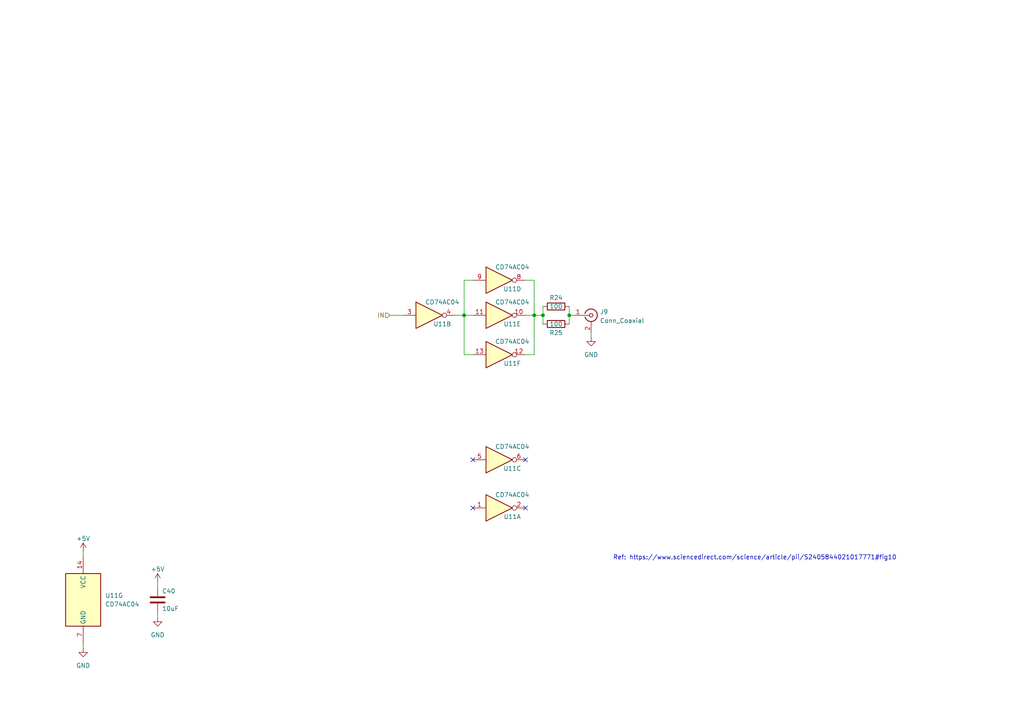
<source format=kicad_sch>
(kicad_sch (version 20211123) (generator eeschema)
  (paper "A4")
  (lib_symbols
    (symbol "74xx:74AHC04"
      (property "Reference" "U" (at 0 1.27 0))
      (property "Value" "74AHC04" (at 0 -1.27 0))
      (symbol "74AHC04_1_0"
        (polyline (pts (xy -3.81 3.81) (xy -3.81 -3.81) (xy 3.81 0) (xy -3.81 3.81)) (stroke (width 0.254)) (fill (type background)))
        (pin input line (at -7.62 0 0) (length 3.81) (name "~") (number "1"))
        (pin output inverted (at 7.62 0 180) (length 3.81) (name "~") (number "2"))
      )
      (symbol "74AHC04_2_0"
        (polyline (pts (xy -3.81 3.81) (xy -3.81 -3.81) (xy 3.81 0) (xy -3.81 3.81)) (stroke (width 0.254)) (fill (type background)))
        (pin input line (at -7.62 0 0) (length 3.81) (name "~") (number "3"))
        (pin output inverted (at 7.62 0 180) (length 3.81) (name "~") (number "4"))
      )
      (symbol "74AHC04_3_0"
        (polyline (pts (xy -3.81 3.81) (xy -3.81 -3.81) (xy 3.81 0) (xy -3.81 3.81)) (stroke (width 0.254)) (fill (type background)))
        (pin input line (at -7.62 0 0) (length 3.81) (name "~") (number "5"))
        (pin output inverted (at 7.62 0 180) (length 3.81) (name "~") (number "6"))
      )
      (symbol "74AHC04_4_0"
        (polyline (pts (xy -3.81 3.81) (xy -3.81 -3.81) (xy 3.81 0) (xy -3.81 3.81)) (stroke (width 0.254)) (fill (type background)))
        (pin output inverted (at 7.62 0 180) (length 3.81) (name "~") (number "8"))
        (pin input line (at -7.62 0 0) (length 3.81) (name "~") (number "9"))
      )
      (symbol "74AHC04_5_0"
        (polyline (pts (xy -3.81 3.81) (xy -3.81 -3.81) (xy 3.81 0) (xy -3.81 3.81)) (stroke (width 0.254)) (fill (type background)))
        (pin output inverted (at 7.62 0 180) (length 3.81) (name "~") (number "10"))
        (pin input line (at -7.62 0 0) (length 3.81) (name "~") (number "11"))
      )
      (symbol "74AHC04_6_0"
        (polyline (pts (xy -3.81 3.81) (xy -3.81 -3.81) (xy 3.81 0) (xy -3.81 3.81)) (stroke (width 0.254)) (fill (type background)))
        (pin output inverted (at 7.62 0 180) (length 3.81) (name "~") (number "12"))
        (pin input line (at -7.62 0 0) (length 3.81) (name "~") (number "13"))
      )
      (symbol "74AHC04_7_0"
        (pin power_in line (at 0 12.7 270) (length 5.08) (name "VCC") (number "14"))
        (pin power_in line (at 0 -12.7 90) (length 5.08) (name "GND") (number "7"))
      )
      (symbol "74AHC04_7_1"
        (rectangle (start -5.08 7.62) (end 5.08 -7.62) (stroke (width 0.254)) (fill (type background)))
      )
    )
    (symbol "Connector:Conn_Coaxial" (pin_names (offset 1.016) hide)
      (property "Reference" "J" (at 0.254 3.048 0))
      (property "Value" "Conn_Coaxial" (at 2.921 0 90))
      (symbol "Conn_Coaxial_0_1"
        (arc (start -1.778 -0.508) (mid 0.2311 -1.8066) (end 1.778 0) (stroke (width 0.254)))
        (polyline (pts (xy -2.54 0) (xy -0.508 0)))
        (polyline (pts (xy 0 -2.54) (xy 0 -1.778)))
        (circle (center 0 0) (radius 0.508) (stroke (width 0.2032)))
        (arc (start 1.778 0) (mid 0.2099 1.8101) (end -1.778 0.508) (stroke (width 0.254)))
      )
      (symbol "Conn_Coaxial_1_1"
        (pin passive line (at -5.08 0 0) (length 2.54) (name "In") (number "1"))
        (pin passive line (at 0 -5.08 90) (length 2.54) (name "Ext") (number "2"))
      )
    )
    (symbol "Device:C" (pin_numbers hide) (pin_names (offset 0.254))
      (property "Reference" "C" (at 0.635 2.54 0))
      (property "Value" "C" (at 0.635 -2.54 0))
      (symbol "C_0_1"
        (polyline (pts (xy -2.032 -0.762) (xy 2.032 -0.762)) (stroke (width 0.508)))
        (polyline (pts (xy -2.032 0.762) (xy 2.032 0.762)) (stroke (width 0.508)))
      )
      (symbol "C_1_1"
        (pin passive line (at 0 3.81 270) (length 2.794) (name "~") (number "1"))
        (pin passive line (at 0 -3.81 90) (length 2.794) (name "~") (number "2"))
      )
    )
    (symbol "Device:R" (pin_numbers hide) (pin_names (offset 0))
      (property "Reference" "R" (at 2.032 0 90))
      (property "Value" "R" (at 0 0 90))
      (symbol "R_0_1"
        (rectangle (start -1.016 -2.54) (end 1.016 2.54) (stroke (width 0.254)))
      )
      (symbol "R_1_1"
        (pin passive line (at 0 3.81 270) (length 1.27) (name "~") (number "1"))
        (pin passive line (at 0 -3.81 90) (length 1.27) (name "~") (number "2"))
      )
    )
    (symbol "power:+5V" (power) (pin_names (offset 0))
      (property "Value" "+5V" (at 0 3.556 0))
      (symbol "+5V_0_1"
        (polyline (pts (xy -0.762 1.27) (xy 0 2.54)))
        (polyline (pts (xy 0 0) (xy 0 2.54)))
        (polyline (pts (xy 0 2.54) (xy 0.762 1.27)))
      )
      (symbol "+5V_1_1"
        (pin power_in line (at 0 0 90) (length 0) hide (name "+5V") (number "1"))
      )
    )
    (symbol "power:GND" (power) (pin_names (offset 0))
      (property "Value" "GND" (at 0 -3.81 0))
      (symbol "GND_0_1"
        (polyline (pts (xy 0 0) (xy 0 -1.27) (xy 1.27 -1.27) (xy 0 -2.54) (xy -1.27 -1.27) (xy 0 -1.27)))
      )
      (symbol "GND_1_1"
        (pin power_in line (at 0 0 270) (length 0) hide (name "GND") (number "1"))
      )
    )
  )
  (junction (at 157.48 91.44))
  (junction (at 134.62 91.44))
  (junction (at 154.94 91.44))
  (junction (at 165.1 91.44))
  (no_connect (at 152.4 133.35))
  (no_connect (at 152.4 147.32))
  (no_connect (at 137.16 133.35))
  (no_connect (at 137.16 147.32))
  (wire (pts (xy 134.62 102.87) (xy 137.16 102.87)))
  (wire (pts (xy 152.4 81.28) (xy 154.94 81.28)))
  (wire (pts (xy 165.1 91.44) (xy 166.37 91.44)))
  (wire (pts (xy 132.08 91.44) (xy 134.62 91.44)))
  (wire (pts (xy 154.94 81.28) (xy 154.94 91.44)))
  (wire (pts (xy 45.72 168.91) (xy 45.72 170.18)))
  (wire (pts (xy 157.48 88.9) (xy 157.48 91.44)))
  (wire (pts (xy 24.13 186.69) (xy 24.13 187.96)))
  (wire (pts (xy 113.03 91.44) (xy 116.84 91.44)))
  (wire (pts (xy 165.1 88.9) (xy 165.1 91.44)))
  (wire (pts (xy 171.45 96.52) (xy 171.45 97.79)))
  (wire (pts (xy 134.62 81.28) (xy 134.62 91.44)))
  (wire (pts (xy 134.62 91.44) (xy 134.62 102.87)))
  (wire (pts (xy 152.4 91.44) (xy 154.94 91.44)))
  (wire (pts (xy 165.1 91.44) (xy 165.1 93.98)))
  (wire (pts (xy 134.62 91.44) (xy 137.16 91.44)))
  (wire (pts (xy 154.94 91.44) (xy 157.48 91.44)))
  (wire (pts (xy 137.16 81.28) (xy 134.62 81.28)))
  (wire (pts (xy 154.94 102.87) (xy 154.94 91.44)))
  (wire (pts (xy 24.13 160.02) (xy 24.13 161.29)))
  (wire (pts (xy 152.4 102.87) (xy 154.94 102.87)))
  (wire (pts (xy 45.72 177.8) (xy 45.72 179.07)))
  (wire (pts (xy 157.48 91.44) (xy 157.48 93.98)))
  (text "Ref: https://www.sciencedirect.com/science/article/pii/S2405844021017771#fig10" (at 177.8 162.56 0) (effects (font (size 1.27 1.27)) (justify left bottom)))
  (hierarchical_label "IN" (shape input) (at 113.03 91.44 180))
  (symbol (lib_id "74xx:74AHC04") (at 144.78 91.44 0) (unit 5)
    (property "Reference" "U11" (at 148.59 93.98 0))
    (property "Value" "CD74AC04" (at 148.59 87.63 0))
    (property "Footprint" "Package_SO:SOIC-14_3.9x8.7mm_P1.27mm" (effects hide))
    (property "Datasheet" "https://www.ti.com/lit/ds/symlink/cd74ac04.pdf?ts=1687825984543&ref_url=https%253A%252F%252Fwww.ti.com%252Fproduct%252FCD74AC04%252Fpart-details%252FCD74AC04M%253Futm_source%253Dgoogle%2526utm_medium%253Dcpc%2526utm_campaign%253Docb-tistore-promo-asc_opn_en-cpc-storeic-google-wwe%2526utm_content%253DDevice%2526ds_k%253DCD74AC04M%2526DCM%253Dyes%2526gclid%253DCj0KCQjw7uSkBhDGARIsAMCZNJs1LpcaGdd8DHQKAbqWLW1fjhrB_KIk3NJ7uMbUVvSznMID3FFO9fwaAghZEALw_wcB%2526gclsrc%253Daw.ds" (effects hide))
    (property "Link" "https://www.digikey.com/en/products/detail/texas-instruments/CD74AC04M96/376213" (effects hide))
  )
  (symbol (lib_id "power:GND") (at 171.45 97.79 0) (unit 1)
    (property "Reference" "#PWR0192" (effects hide))
    (property "Value" "GND" (at 171.45 102.87 0))
  )
  (symbol (lib_id "power:+5V") (at 24.13 160.02 0) (unit 1)
    (property "Reference" "#PWR0190" (effects hide))
    (property "Value" "+5V" (at 24.13 156.21 0))
  )
  (symbol (lib_id "Device:R") (at 161.29 93.98 90) (unit 1)
    (property "Reference" "R25" (at 161.29 96.52 90))
    (property "Value" "100" (at 161.29 93.98 90))
    (property "Footprint" "Resistor_SMD:R_0603_1608Metric_Pad0.98x0.95mm_HandSolder" (effects hide))
    (property "Datasheet" "https://www.yageo.com/upload/media/product/productsearch/datasheet/rchip/PYu-SR_20105_RoHS_L_10.pdf" (effects hide))
    (property "Link" "https://www.digikey.com/en/products/detail/yageo/SR0603FR-7T100RL/9373096" (effects hide))
    (property "Manufacturer" "Yageo" (effects hide))
    (property "Manufacturer Number" "SR0603FR-7T100RL" (effects hide))
    (property "Notes" "1/4W" (effects hide))
    (property "Tolerance" "1%" (effects hide))
  )
  (symbol (lib_id "Connector:Conn_Coaxial") (at 171.45 91.44 0) (unit 1)
    (property "Reference" "J9" (at 173.99 90.4631 0) (effects (justify left)))
    (property "Value" "Conn_Coaxial" (at 173.99 93.0031 0) (effects (justify left)))
    (property "Footprint" "machine_agency_components:conn_bnc_receptacle_50ohm" (effects hide))
    (property "Datasheet" "https://tools.molex.com/pdm_docs/sd/731000105_sd.pdf" (effects hide))
    (property "Link" "https://www.digikey.com/en/products/detail/molex/0731000105/1465146" (effects hide))
    (property "Manufacturer" "Molex" (effects hide))
    (property "Manufacturer Number" "0731000105" (effects hide))
  )
  (symbol (lib_id "power:GND") (at 24.13 187.96 0) (unit 1)
    (property "Reference" "#PWR0191" (effects hide))
    (property "Value" "GND" (at 24.13 193.04 0))
  )
  (symbol (lib_id "74xx:74AHC04") (at 24.13 173.99 0) (unit 7)
    (property "Reference" "U11" (at 30.48 172.7199 0) (effects (justify left)))
    (property "Value" "CD74AC04" (at 30.48 175.2599 0) (effects (justify left)))
    (property "Footprint" "Package_SO:SOIC-14_3.9x8.7mm_P1.27mm" (effects hide))
    (property "Datasheet" "https://www.ti.com/lit/ds/symlink/cd74ac04.pdf?ts=1687825984543&ref_url=https%253A%252F%252Fwww.ti.com%252Fproduct%252FCD74AC04%252Fpart-details%252FCD74AC04M%253Futm_source%253Dgoogle%2526utm_medium%253Dcpc%2526utm_campaign%253Docb-tistore-promo-asc_opn_en-cpc-storeic-google-wwe%2526utm_content%253DDevice%2526ds_k%253DCD74AC04M%2526DCM%253Dyes%2526gclid%253DCj0KCQjw7uSkBhDGARIsAMCZNJs1LpcaGdd8DHQKAbqWLW1fjhrB_KIk3NJ7uMbUVvSznMID3FFO9fwaAghZEALw_wcB%2526gclsrc%253Daw.ds" (effects hide))
    (property "Link" "https://www.digikey.com/en/products/detail/texas-instruments/CD74AC04M96/376213" (effects hide))
  )
  (symbol (lib_id "74xx:74AHC04") (at 144.78 133.35 0) (unit 3)
    (property "Reference" "U11" (at 148.59 135.89 0))
    (property "Value" "CD74AC04" (at 148.59 129.54 0))
    (property "Footprint" "Package_SO:SOIC-14_3.9x8.7mm_P1.27mm" (effects hide))
    (property "Datasheet" "https://www.ti.com/lit/ds/symlink/cd74ac04.pdf?ts=1687825984543&ref_url=https%253A%252F%252Fwww.ti.com%252Fproduct%252FCD74AC04%252Fpart-details%252FCD74AC04M%253Futm_source%253Dgoogle%2526utm_medium%253Dcpc%2526utm_campaign%253Docb-tistore-promo-asc_opn_en-cpc-storeic-google-wwe%2526utm_content%253DDevice%2526ds_k%253DCD74AC04M%2526DCM%253Dyes%2526gclid%253DCj0KCQjw7uSkBhDGARIsAMCZNJs1LpcaGdd8DHQKAbqWLW1fjhrB_KIk3NJ7uMbUVvSznMID3FFO9fwaAghZEALw_wcB%2526gclsrc%253Daw.ds" (effects hide))
    (property "Link" "https://www.digikey.com/en/products/detail/texas-instruments/CD74AC04M96/376213" (effects hide))
  )
  (symbol (lib_id "power:GND") (at 45.72 179.07 0) (unit 1)
    (property "Reference" "#PWR0188" (effects hide))
    (property "Value" "GND" (at 45.72 184.15 0))
  )
  (symbol (lib_id "Device:R") (at 161.29 88.9 90) (unit 1)
    (property "Reference" "R24" (at 161.29 86.36 90))
    (property "Value" "100" (at 161.29 88.9 90))
    (property "Footprint" "Resistor_SMD:R_0603_1608Metric_Pad0.98x0.95mm_HandSolder" (effects hide))
    (property "Datasheet" "https://www.yageo.com/upload/media/product/productsearch/datasheet/rchip/PYu-SR_20105_RoHS_L_10.pdf" (effects hide))
    (property "Link" "https://www.digikey.com/en/products/detail/yageo/SR0603FR-7T100RL/9373096" (effects hide))
    (property "Manufacturer" "Yageo" (effects hide))
    (property "Manufacturer Number" "SR0603FR-7T100RL" (effects hide))
    (property "Notes" "1/4W" (effects hide))
    (property "Tolerance" "1%" (effects hide))
  )
  (symbol (lib_id "Device:C") (at 45.72 173.99 0) (unit 1)
    (property "Reference" "C40" (at 46.99 171.45 0) (effects (justify left)))
    (property "Value" "10uF" (at 46.99 176.53 0) (effects (justify left)))
    (property "Footprint" "Capacitor_SMD:C_0805_2012Metric" (effects hide))
    (property "Datasheet" "https://search.murata.co.jp/Ceramy/image/img/A01X/G101/ENG/GRM21BZ71E106KE15-01.pdf" (effects hide))
    (property "Link" "https://www.digikey.com/en/products/detail/murata-electronics/GRM21BZ71E106KE15L/13904911" (effects hide))
    (property "Manufacturer Number" "GRM21BZ71E106KE15L" (effects hide))
    (property "Rated Voltage" "25V" (effects hide))
    (property "Temperature Coefficient" "X7R" (effects hide))
    (property "Manufacturer" "Murata Electronics" (effects hide))
  )
  (symbol (lib_id "74xx:74AHC04") (at 144.78 81.28 0) (unit 4)
    (property "Reference" "U11" (at 148.59 83.82 0))
    (property "Value" "CD74AC04" (at 148.59 77.47 0))
    (property "Footprint" "Package_SO:SOIC-14_3.9x8.7mm_P1.27mm" (effects hide))
    (property "Datasheet" "https://www.ti.com/lit/ds/symlink/cd74ac04.pdf?ts=1687825984543&ref_url=https%253A%252F%252Fwww.ti.com%252Fproduct%252FCD74AC04%252Fpart-details%252FCD74AC04M%253Futm_source%253Dgoogle%2526utm_medium%253Dcpc%2526utm_campaign%253Docb-tistore-promo-asc_opn_en-cpc-storeic-google-wwe%2526utm_content%253DDevice%2526ds_k%253DCD74AC04M%2526DCM%253Dyes%2526gclid%253DCj0KCQjw7uSkBhDGARIsAMCZNJs1LpcaGdd8DHQKAbqWLW1fjhrB_KIk3NJ7uMbUVvSznMID3FFO9fwaAghZEALw_wcB%2526gclsrc%253Daw.ds" (effects hide))
    (property "Link" "https://www.digikey.com/en/products/detail/texas-instruments/CD74AC04M96/376213" (effects hide))
  )
  (symbol (lib_id "74xx:74AHC04") (at 124.46 91.44 0) (unit 2)
    (property "Reference" "U11" (at 128.27 93.98 0))
    (property "Value" "CD74AC04" (at 128.27 87.63 0))
    (property "Footprint" "Package_SO:SOIC-14_3.9x8.7mm_P1.27mm" (effects hide))
    (property "Datasheet" "https://www.ti.com/lit/ds/symlink/cd74ac04.pdf?ts=1687825984543&ref_url=https%253A%252F%252Fwww.ti.com%252Fproduct%252FCD74AC04%252Fpart-details%252FCD74AC04M%253Futm_source%253Dgoogle%2526utm_medium%253Dcpc%2526utm_campaign%253Docb-tistore-promo-asc_opn_en-cpc-storeic-google-wwe%2526utm_content%253DDevice%2526ds_k%253DCD74AC04M%2526DCM%253Dyes%2526gclid%253DCj0KCQjw7uSkBhDGARIsAMCZNJs1LpcaGdd8DHQKAbqWLW1fjhrB_KIk3NJ7uMbUVvSznMID3FFO9fwaAghZEALw_wcB%2526gclsrc%253Daw.ds" (effects hide))
    (property "Link" "https://www.digikey.com/en/products/detail/texas-instruments/CD74AC04M96/376213" (effects hide))
  )
  (symbol (lib_id "power:+5V") (at 45.72 168.91 0) (unit 1)
    (property "Reference" "#PWR0189" (effects hide))
    (property "Value" "+5V" (at 45.72 165.1 0))
  )
  (symbol (lib_id "74xx:74AHC04") (at 144.78 147.32 0) (unit 1)
    (property "Reference" "U11" (at 148.59 149.86 0))
    (property "Value" "CD74AC04" (at 148.59 143.51 0))
    (property "Footprint" "Package_SO:SOIC-14_3.9x8.7mm_P1.27mm" (effects hide))
    (property "Datasheet" "https://www.ti.com/lit/ds/symlink/cd74ac04.pdf?ts=1687825984543&ref_url=https%253A%252F%252Fwww.ti.com%252Fproduct%252FCD74AC04%252Fpart-details%252FCD74AC04M%253Futm_source%253Dgoogle%2526utm_medium%253Dcpc%2526utm_campaign%253Docb-tistore-promo-asc_opn_en-cpc-storeic-google-wwe%2526utm_content%253DDevice%2526ds_k%253DCD74AC04M%2526DCM%253Dyes%2526gclid%253DCj0KCQjw7uSkBhDGARIsAMCZNJs1LpcaGdd8DHQKAbqWLW1fjhrB_KIk3NJ7uMbUVvSznMID3FFO9fwaAghZEALw_wcB%2526gclsrc%253Daw.ds" (effects hide))
    (property "Link" "https://www.digikey.com/en/products/detail/texas-instruments/CD74AC04M96/376213" (effects hide))
  )
  (symbol (lib_id "74xx:74AHC04") (at 144.78 102.87 0) (unit 6)
    (property "Reference" "U11" (at 148.59 105.41 0))
    (property "Value" "CD74AC04" (at 148.59 99.06 0))
    (property "Footprint" "Package_SO:SOIC-14_3.9x8.7mm_P1.27mm" (effects hide))
    (property "Datasheet" "https://www.ti.com/lit/ds/symlink/cd74ac04.pdf?ts=1687825984543&ref_url=https%253A%252F%252Fwww.ti.com%252Fproduct%252FCD74AC04%252Fpart-details%252FCD74AC04M%253Futm_source%253Dgoogle%2526utm_medium%253Dcpc%2526utm_campaign%253Docb-tistore-promo-asc_opn_en-cpc-storeic-google-wwe%2526utm_content%253DDevice%2526ds_k%253DCD74AC04M%2526DCM%253Dyes%2526gclid%253DCj0KCQjw7uSkBhDGARIsAMCZNJs1LpcaGdd8DHQKAbqWLW1fjhrB_KIk3NJ7uMbUVvSznMID3FFO9fwaAghZEALw_wcB%2526gclsrc%253Daw.ds" (effects hide))
    (property "Link" "https://www.digikey.com/en/products/detail/texas-instruments/CD74AC04M96/376213" (effects hide))
  )
)
</source>
